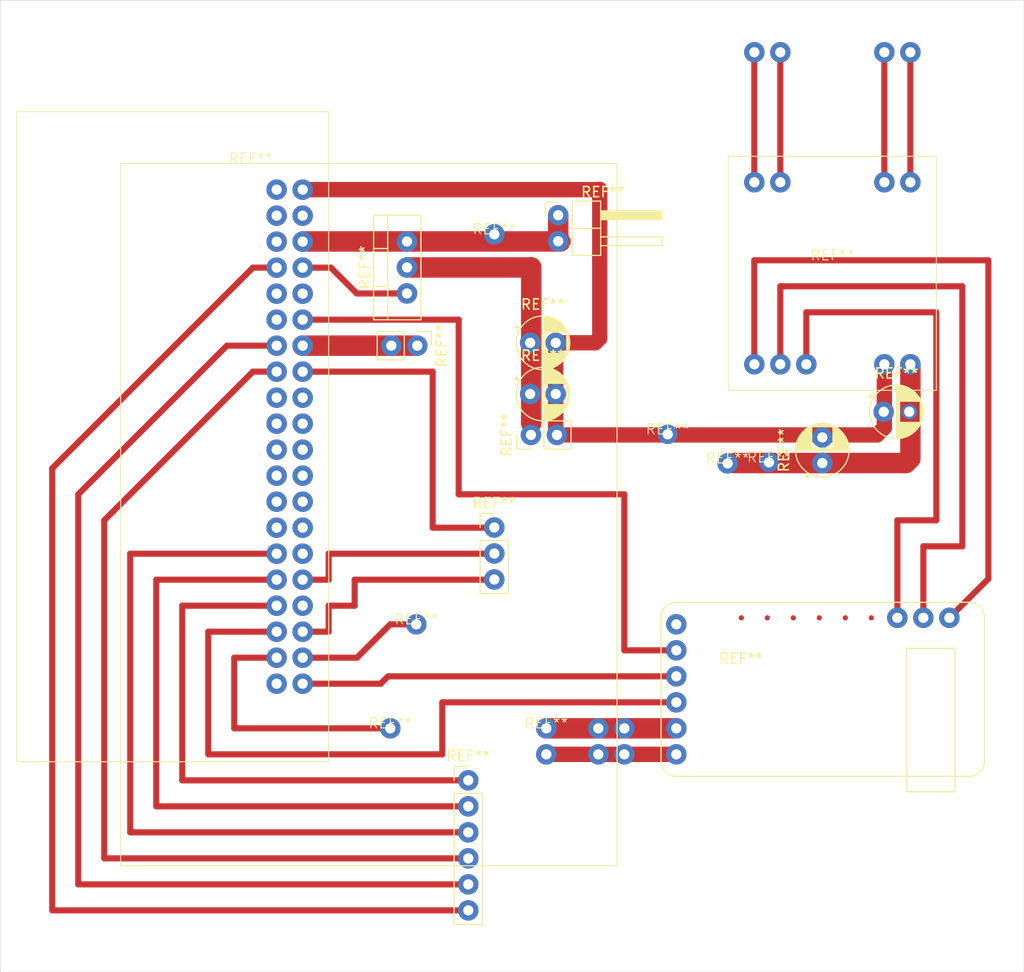
<source format=kicad_pcb>
(kicad_pcb (version 20241229) (generator "pcbnew") (generator_version "9.0")
  (layers (0 "F.Cu" signal) (2 "B.Cu" signal) (13 "F.Paste" user) (15 "B.Paste" user) (5 "F.SilkS" user "F.Silkscreen") (7 "B.SilkS" user "B.Silkscreen") (1 "F.Mask" user) (3 "B.Mask" user) (25 "Edge.Cuts" user))
  (net 0 "")
  (footprint "Connector_PinHeader_2.54mm:PinHeader_1x03_P2.54mm_Vertical" (layer "F.Cu") (at 48.26 51.5)
    (property "Reference" "REF**" (at 0 -2.38 0) (layer "F.SilkS"))
    (property "Value" "PinHeader_1x03_P2.54mm_Vertical")
    (pad "16" thru_hole circle (at 0 0) (size 2 2) (drill 1) (layers "*.Cu" "*.Mask"))
    (pad "32" thru_hole circle (at 0 2.54) (size 2 2) (drill 1) (layers "*.Cu" "*.Mask"))
    (pad "36" thru_hole circle (at 0 5.08) (size 2 2) (drill 1) (layers "*.Cu" "*.Mask"))
  )
  (footprint "Connector_PinHeader_2.54mm:PinHeader_1x02_P2.54mm_Vertical" (layer "F.Cu") (at 51.84 42.46 90)
    (property "Reference" "REF**" (at 0 -2.38 90) (layer "F.SilkS"))
    (property "Value" "PinHeader_1x02_P2.54mm_Vertical")
    (pad "1" thru_hole circle (at 0 0 90) (size 2 2) (drill 1) (layers "*.Cu" "*.Mask"))
    (pad "2" thru_hole circle (at 0 2.54 90) (size 2 2) (drill 1) (layers "*.Cu" "*.Mask"))
  )
  (footprint "Connector_PinHeader_2.54mm:PinHeader_1x02_P2.54mm_Horizontal" (layer "F.Cu") (at 54.5 21)
    (property "Reference" "REF**" (at 4.385 -2.27 0) (layer "F.SilkS"))
    (property "Value" "PinHeader_1x02_P2.54mm_Horizontal")
    (pad "1" thru_hole circle (at 0 0) (size 2 2) (drill 1) (layers "*.Cu" "*.Mask"))
    (pad "2" thru_hole circle (at 0 2.54) (size 2 2) (drill 1) (layers "*.Cu" "*.Mask"))
  )
  (footprint "" (layer "F.Cu") (at 88.9 5.08)
    (property "Reference" "" (at 0 0 0) (layer "F.SilkS") (effects (font (size 1.27 1.27))))
    (property "Value" "")
    (pad "1" thru_hole circle (at 0 0) (size 2 2) (drill 1) (layers "*.Cu" "*.Mask"))
  )
  (footprint "Custom Modules:Single Pad 2.54" (layer "F.Cu") (at 65.2 42.4)
    (property "Reference" "REF**" (at 0 -0.5 0) (layer "F.SilkS") (effects (font (thickness 0.1))))
    (property "Value" "Single Pad 2.54")
    (pad "1" thru_hole circle (at 0 0) (size 1.905 1.905) (drill 1) (layers "*.Cu" "*.Mask"))
  )
  (footprint "" (layer "F.Cu") (at 58.42 71.12)
    (property "Reference" "" (at 0 0 0) (layer "F.SilkS") (effects (font (size 1.27 1.27))))
    (property "Value" "")
    (pad "1" thru_hole circle (at 0 0) (size 2 2) (drill 1) (layers "*.Cu" "*.Mask"))
  )
  (footprint "Custom Modules:Single Pad 2.54" (layer "F.Cu") (at 38.1 71.12)
    (property "Reference" "REF**" (at 0 -0.5 0) (layer "F.SilkS") (effects (font (thickness 0.1))))
    (property "Value" "Single Pad 2.54")
    (pad "1" thru_hole circle (at 0 0) (size 2 2) (drill 1) (layers "*.Cu" "*.Mask"))
  )
  (footprint "" (layer "F.Cu") (at 53.34 73.66)
    (property "Reference" "" (at 0 0 0) (layer "F.SilkS") (effects (font (size 1.27 1.27))))
    (property "Value" "")
    (pad "1" thru_hole circle (at 0 0) (size 2 2) (drill 1) (layers "*.Cu" "*.Mask"))
  )
  (footprint "" (layer "F.Cu") (at 86.36 5.08)
    (property "Reference" "" (at 0 0 0) (layer "F.SilkS") (effects (font (size 1.27 1.27))))
    (property "Value" "")
    (pad "1" thru_hole circle (at 0 0) (size 2 2) (drill 1) (layers "*.Cu" "*.Mask"))
  )
  (footprint "Connector_PinHeader_2.54mm:PinHeader_1x02_P2.54mm_Vertical" (layer "F.Cu") (at 40.74 33.74 -90)
    (property "Reference" "REF**" (at 0 -2.38 90) (layer "F.SilkS"))
    (property "Value" "PinHeader_1x02_P2.54mm_Vertical")
    (pad "1" thru_hole circle (at 0 0 270) (size 2 2) (drill 1) (layers "*.Cu" "*.Mask"))
    (pad "2" thru_hole circle (at 0 2.54 270) (size 2 2) (drill 1) (layers "*.Cu" "*.Mask"))
  )
  (footprint "Custom Modules:Single Pad 2.54" (layer "F.Cu") (at 48.26 22.86)
    (property "Reference" "REF**" (at 0 -0.5 0) (layer "F.SilkS") (effects (font (thickness 0.1))))
    (property "Value" "Single Pad 2.54")
    (pad "1" thru_hole circle (at 0 0) (size 2 2) (drill 1) (layers "*.Cu" "*.Mask"))
  )
  (footprint "Connector_PinHeader_2.54mm:PinHeader_1x06_P2.54mm_Vertical" (layer "F.Cu") (at 45.72 76.2)
    (property "Reference" "REF**" (at 0 -2.38 0) (layer "F.SilkS"))
    (property "Value" "PinHeader_1x06_P2.54mm_Vertical")
    (pad "7" thru_hole circle (at 0 12.7) (size 2 2) (drill 1) (layers "*.Cu" "*.Mask"))
    (pad "13" thru_hole circle (at 0 10.16) (size 2 2) (drill 1) (layers "*.Cu" "*.Mask"))
    (pad "15" thru_hole circle (at 0 7.62) (size 2 2) (drill 1) (layers "*.Cu" "*.Mask"))
    (pad "29" thru_hole circle (at 0 5.08) (size 2 2) (drill 1) (layers "*.Cu" "*.Mask"))
    (pad "31" thru_hole circle (at 0 2.54) (size 2 2) (drill 1) (layers "*.Cu" "*.Mask"))
    (pad "33" thru_hole circle (at 0 0) (size 2 2) (drill 1) (layers "*.Cu" "*.Mask"))
  )
  (footprint "" (layer "F.Cu") (at 60.96 71.12)
    (property "Reference" "" (at 0 0 0) (layer "F.SilkS") (effects (font (size 1.27 1.27))))
    (property "Value" "")
    (pad "1" thru_hole circle (at 0 0) (size 2 2) (drill 1) (layers "*.Cu" "*.Mask"))
  )
  (footprint "Custom Modules:Single Pad 2.54" (layer "F.Cu") (at 40.64 60.96)
    (property "Reference" "REF**" (at 0 -0.5 0) (layer "F.SilkS") (effects (font (thickness 0.1))))
    (property "Value" "Single Pad 2.54")
    (pad "1" thru_hole circle (at 0 0) (size 2 2) (drill 1) (layers "*.Cu" "*.Mask"))
  )
  (footprint "Custom Modules:Single Pad 2.54" (layer "F.Cu") (at 75.09 45.14)
    (property "Reference" "REF**" (at 0 -0.5 0) (layer "F.SilkS") (effects (font (thickness 0.1))))
    (property "Value" "Single Pad 2.54")
    (pad "1" thru_hole circle (at 0 0) (size 1.905 1.905) (drill 1) (layers "*.Cu" "*.Mask"))
  )
  (footprint "" (layer "F.Cu") (at 58.42 73.66)
    (property "Reference" "" (at 0 0 0) (layer "F.SilkS") (effects (font (size 1.27 1.27))))
    (property "Value" "")
    (pad "1" thru_hole circle (at 0 0) (size 2 2) (drill 1) (layers "*.Cu" "*.Mask"))
  )
  (footprint "Package_TO_SOT_THT:TO-220-3_Vertical" (layer "F.Cu") (at 39.73 28.64 90)
    (property "Reference" "REF**" (at 2.54 -4.1 90) (layer "F.SilkS"))
    (property "Value" "TO-220-3_Vertical")
    (pad "1" thru_hole circle (at 0 0 90) (size 2 2) (drill 1) (layers "*.Cu" "*.Mask"))
    (pad "2" thru_hole circle (at 2.54 0 90) (size 2 2) (drill 1) (layers "*.Cu" "*.Mask"))
    (pad "3" thru_hole circle (at 5.08 0 90) (size 2 2) (drill 1) (layers "*.Cu" "*.Mask"))
  )
  (footprint "Capacitor_THT:CP_Radial_D5.0mm_P2.50mm" (layer "F.Cu") (at 86.294888 40.2)
    (property "Reference" "REF**" (at 1.25 -3.75 0) (layer "F.SilkS"))
    (property "Value" "CP_Radial_D5.0mm_P2.50mm")
    (pad "1" thru_hole circle (at 0 0) (size 2 2) (drill 1) (layers "*.Cu" "*.Mask"))
    (pad "2" thru_hole circle (at 2.5 0) (size 1.5 1.5) (drill 1) (layers "*.Cu" "*.Mask"))
  )
  (footprint "Custom Modules:Single Pad 2.54" (layer "F.Cu") (at 53.34 71.12)
    (property "Reference" "REF**" (at 0 -0.5 0) (layer "F.SilkS") (effects (font (thickness 0.1))))
    (property "Value" "Single Pad 2.54")
    (pad "1" thru_hole circle (at 0 0) (size 2 2) (drill 1) (layers "*.Cu" "*.Mask"))
  )
  (footprint "Custom Modules:Single Pad 2.54" (layer "F.Cu") (at 71.05 45.24)
    (property "Reference" "REF**" (at 0 -0.5 0) (layer "F.SilkS") (effects (font (thickness 0.1))))
    (property "Value" "Single Pad 2.54")
    (pad "1" thru_hole circle (at 0 0) (size 2 2) (drill 1) (layers "*.Cu" "*.Mask"))
  )
  (footprint "Custom Modules:GY-PCM5102" (layer "F.Cu") (at 80.345 67.31)
    (property "Reference" "REF**" (at -8 -3 0) (layer "F.SilkS"))
    (property "Value" "GY-PCM5102")
    (pad "1" thru_hole circle (at -14.305 -6.35) (size 2 2) (drill 1) (layers "*.Cu" "*.Mask"))
    (pad "2" thru_hole circle (at -14.305 -3.81) (size 2 2) (drill 1) (layers "*.Cu" "*.Mask"))
    (pad "3" thru_hole circle (at -14.305 -1.27) (size 2 2) (drill 1) (layers "*.Cu" "*.Mask"))
    (pad "4" thru_hole circle (at -14.305 1.27) (size 2 2) (drill 1) (layers "*.Cu" "*.Mask"))
    (pad "5" thru_hole circle (at -14.305 3.81) (size 2 2) (drill 1) (layers "*.Cu" "*.Mask"))
    (pad "6" thru_hole circle (at -14.305 6.35) (size 2 2) (drill 1) (layers "*.Cu" "*.Mask"))
    (pad "7" thru_hole circle (at 12.365 -6.985) (size 2 2) (drill 1) (layers "*.Cu" "*.Mask"))
    (pad "8" thru_hole circle (at 9.825 -6.985) (size 2 2) (drill 1) (layers "*.Cu" "*.Mask"))
    (pad "9" thru_hole circle (at 7.285 -6.985) (size 2 2) (drill 1) (layers "*.Cu" "*.Mask"))
    (pad "10" smd circle (at 4.745 -6.985) (size 0.5 0.5) (layers "F.Cu" "F.Mask" "F.Paste"))
    (pad "11" smd circle (at 2.205 -6.985) (size 0.5 0.5) (layers "F.Cu" "F.Mask" "F.Paste"))
    (pad "12" smd circle (at -0.335 -6.985) (size 0.5 0.5) (layers "F.Cu" "F.Mask" "F.Paste"))
    (pad "13" smd circle (at -2.875 -6.985) (size 0.5 0.5) (layers "F.Cu" "F.Mask" "F.Paste"))
    (pad "14" smd circle (at -5.415 -6.985) (size 0.5 0.5) (layers "F.Cu" "F.Mask" "F.Paste"))
    (pad "15" smd circle (at -7.955 -6.985) (size 0.5 0.5) (layers "F.Cu" "F.Mask" "F.Paste"))
  )
  (footprint "Capacitor_THT:CP_Radial_D5.0mm_P2.50mm" (layer "F.Cu") (at 51.76 33.46)
    (property "Reference" "REF**" (at 1.25 -3.75 0) (layer "F.SilkS"))
    (property "Value" "CP_Radial_D5.0mm_P2.50mm")
    (pad "1" thru_hole circle (at 0 0) (size 2 2) (drill 1) (layers "*.Cu" "*.Mask"))
    (pad "2" thru_hole circle (at 2.5 0) (size 2 2) (drill 1) (layers "*.Cu" "*.Mask"))
  )
  (footprint "" (layer "F.Cu") (at 76.2 5.08)
    (property "Reference" "" (at 0 0 0) (layer "F.SilkS") (effects (font (size 1.27 1.27))))
    (property "Value" "")
    (pad "1" thru_hole circle (at 0 0) (size 2 2) (drill 1) (layers "*.Cu" "*.Mask"))
  )
  (footprint "Capacitor_THT:CP_Radial_D5.0mm_P2.50mm" (layer "F.Cu") (at 80.3 45.205113 90)
    (property "Reference" "REF**" (at 1.25 -3.75 90) (layer "F.SilkS"))
    (property "Value" "CP_Radial_D5.0mm_P2.50mm")
    (pad "1" thru_hole circle (at 0 0 90) (size 2 2) (drill 1) (layers "*.Cu" "*.Mask"))
    (pad "2" thru_hole circle (at 2.5 0 90) (size 2 2) (drill 1) (layers "*.Cu" "*.Mask"))
  )
  (footprint "" (layer "F.Cu") (at 60.96 73.66)
    (property "Reference" "" (at 0 0 0) (layer "F.SilkS") (effects (font (size 1.27 1.27))))
    (property "Value" "")
    (pad "1" thru_hole circle (at 0 0) (size 2 2) (drill 1) (layers "*.Cu" "*.Mask"))
  )
  (footprint "" (layer "F.Cu") (at 73.66 5.08)
    (property "Reference" "" (at 0 0 0) (layer "F.SilkS") (effects (font (size 1.27 1.27))))
    (property "Value" "")
    (pad "1" thru_hole circle (at 0 0) (size 2 2) (drill 1) (layers "*.Cu" "*.Mask"))
  )
  (footprint "Custom Modules:Raspberry PI 40 Pins" (layer "F.Cu") (at 24.46 15.96)
    (property "Reference" "REF**" (at 0 -0.5 0) (layer "F.SilkS") (effects (font (thickness 0.1))))
    (property "Value" "Raspberry PI 40 Pins")
    (pad "1" thru_hole circle (at 2.54 2.54) (size 2 2) (drill 1) (layers "*.Cu" "*.Mask"))
    (pad "2" thru_hole circle (at 5.08 2.54) (size 2 2) (drill 1) (layers "*.Cu" "*.Mask"))
    (pad "3" thru_hole circle (at 2.54 5.08) (size 2 2) (drill 1) (layers "*.Cu" "*.Mask"))
    (pad "4" thru_hole circle (at 5.08 5.08) (size 2 2) (drill 1) (layers "*.Cu" "*.Mask"))
    (pad "5" thru_hole circle (at 2.54 7.62) (size 2 2) (drill 1) (layers "*.Cu" "*.Mask"))
    (pad "6" thru_hole circle (at 5.08 7.62) (size 2 2) (drill 1) (layers "*.Cu" "*.Mask"))
    (pad "7" thru_hole circle (at 2.54 10.16) (size 2 2) (drill 1) (layers "*.Cu" "*.Mask"))
    (pad "8" thru_hole circle (at 5.08 10.16) (size 2 2) (drill 1) (layers "*.Cu" "*.Mask"))
    (pad "9" thru_hole circle (at 2.54 12.7) (size 2 2) (drill 1) (layers "*.Cu" "*.Mask"))
    (pad "10" thru_hole circle (at 5.08 12.7) (size 2 2) (drill 1) (layers "*.Cu" "*.Mask"))
    (pad "11" thru_hole circle (at 2.54 15.24) (size 2 2) (drill 1) (layers "*.Cu" "*.Mask"))
    (pad "12" thru_hole circle (at 5.08 15.24) (size 2 2) (drill 1) (layers "*.Cu" "*.Mask"))
    (pad "13" thru_hole circle (at 2.54 17.78) (size 2 2) (drill 1) (layers "*.Cu" "*.Mask"))
    (pad "14" thru_hole circle (at 5.08 17.78) (size 2 2) (drill 1) (layers "*.Cu" "*.Mask"))
    (pad "15" thru_hole circle (at 2.54 20.32) (size 2 2) (drill 1) (layers "*.Cu" "*.Mask"))
    (pad "16" thru_hole circle (at 5.08 20.32) (size 2 2) (drill 1) (layers "*.Cu" "*.Mask"))
    (pad "17" thru_hole circle (at 2.54 22.86) (size 2 2) (drill 1) (layers "*.Cu" "*.Mask"))
    (pad "18" thru_hole circle (at 5.08 22.86) (size 2 2) (drill 1) (layers "*.Cu" "*.Mask"))
    (pad "19" thru_hole circle (at 2.54 25.4) (size 2 2) (drill 1) (layers "*.Cu" "*.Mask"))
    (pad "20" thru_hole circle (at 5.08 25.4) (size 2 2) (drill 1) (layers "*.Cu" "*.Mask"))
    (pad "21" thru_hole circle (at 2.54 27.94) (size 2 2) (drill 1) (layers "*.Cu" "*.Mask"))
    (pad "22" thru_hole circle (at 5.08 27.94) (size 2 2) (drill 1) (layers "*.Cu" "*.Mask"))
    (pad "23" thru_hole circle (at 2.54 30.48) (size 2 2) (drill 1) (layers "*.Cu" "*.Mask"))
    (pad "24" thru_hole circle (at 5.08 30.48) (size 2 2) (drill 1) (layers "*.Cu" "*.Mask"))
    (pad "25" thru_hole circle (at 2.54 33.02) (size 2 2) (drill 1) (layers "*.Cu" "*.Mask"))
    (pad "26" thru_hole circle (at 5.08 33.02) (size 2 2) (drill 1) (layers "*.Cu" "*.Mask"))
    (pad "27" thru_hole circle (at 2.54 35.56) (size 2 2) (drill 1) (layers "*.Cu" "*.Mask"))
    (pad "28" thru_hole circle (at 5.08 35.56) (size 2 2) (drill 1) (layers "*.Cu" "*.Mask"))
    (pad "29" thru_hole circle (at 2.54 38.1) (size 2 2) (drill 1) (layers "*.Cu" "*.Mask"))
    (pad "30" thru_hole circle (at 5.08 38.1) (size 2 2) (drill 1) (layers "*.Cu" "*.Mask"))
    (pad "31" thru_hole circle (at 2.54 40.64) (size 2 2) (drill 1) (layers "*.Cu" "*.Mask"))
    (pad "32" thru_hole circle (at 5.08 40.64) (size 2 2) (drill 1) (layers "*.Cu" "*.Mask"))
    (pad "33" thru_hole circle (at 2.54 43.18) (size 2 2) (drill 1) (layers "*.Cu" "*.Mask"))
    (pad "34" thru_hole circle (at 5.08 43.18) (size 2 2) (drill 1) (layers "*.Cu" "*.Mask"))
    (pad "35" thru_hole circle (at 2.54 45.72) (size 2 2) (drill 1) (layers "*.Cu" "*.Mask"))
    (pad "36" thru_hole circle (at 5.08 45.72) (size 2 2) (drill 1) (layers "*.Cu" "*.Mask"))
    (pad "37" thru_hole circle (at 2.54 48.26) (size 2 2) (drill 1) (layers "*.Cu" "*.Mask"))
    (pad "38" thru_hole circle (at 5.08 48.26) (size 2 2) (drill 1) (layers "*.Cu" "*.Mask"))
    (pad "39" thru_hole circle (at 2.54 50.8) (size 2 2) (drill 1) (layers "*.Cu" "*.Mask"))
    (pad "40" thru_hole circle (at 5.08 50.8) (size 2 2) (drill 1) (layers "*.Cu" "*.Mask"))
  )
  (footprint "Custom Modules:EMSea_PAM8403" (layer "F.Cu") (at 81.28 25.4)
    (property "Reference" "REF**" (at 0 -0.5 0) (layer "F.SilkS") (effects (font (thickness 0.1))))
    (property "Value" "EMSea_PAM8403")
    (pad "1" thru_hole circle (at -7.62 -7.62) (size 2 2) (drill 1) (layers "*.Cu" "*.Mask"))
    (pad "2" thru_hole circle (at -5.08 -7.62) (size 2 2) (drill 1) (layers "*.Cu" "*.Mask"))
    (pad "3" thru_hole circle (at 5.08 -7.62) (size 2 2) (drill 1) (layers "*.Cu" "*.Mask"))
    (pad "4" thru_hole circle (at 7.62 -7.62) (size 2 2) (drill 1) (layers "*.Cu" "*.Mask"))
    (pad "5" thru_hole circle (at -7.62 10.16) (size 2 2) (drill 1) (layers "*.Cu" "*.Mask"))
    (pad "6" thru_hole circle (at -5.08 10.16) (size 2 2) (drill 1) (layers "*.Cu" "*.Mask"))
    (pad "7" thru_hole circle (at -2.54 10.16) (size 2 2) (drill 1) (layers "*.Cu" "*.Mask"))
    (pad "8" thru_hole circle (at 5.08 10.16) (size 2 2) (drill 1) (layers "*.Cu" "*.Mask"))
    (pad "9" thru_hole circle (at 7.62 10.16) (size 2 2) (drill 1) (layers "*.Cu" "*.Mask"))
  )
  (footprint "Capacitor_THT:CP_Radial_D5.0mm_P2.50mm" (layer "F.Cu") (at 51.76 38.46)
    (property "Reference" "REF**" (at 1.25 -3.75 0) (layer "F.SilkS"))
    (property "Value" "CP_Radial_D5.0mm_P2.50mm")
    (pad "1" thru_hole circle (at 0 0) (size 2 2) (drill 1) (layers "*.Cu" "*.Mask"))
    (pad "2" thru_hole circle (at 2.5 0) (size 2 2) (drill 1) (layers "*.Cu" "*.Mask"))
  )
  (gr_rect (start 11.76 15.96) (end 60.25 84.54) (stroke (width 0.1)) (fill no) (layer "F.SilkS"))
  (gr_rect (start 0 0) (end 100 94.92) (stroke (width 0.05)) (fill no) (layer "Edge.Cuts"))
  (segment (start 48.24 51.52) (end 48.26 51.5) (width 0.6) (layer "F.Cu") (net 0))
  (segment (start 53.34 73.66) (end 66.04 73.66) (width 1.5) (layer "F.Cu") (net 0))
  (segment (start 91.44 30.48) (end 78.74 30.48) (width 0.6) (layer "F.Cu") (net 0))
  (segment (start 42.24 51.52) (end 48.24 51.52) (width 0.6) (layer "F.Cu") (net 0))
  (segment (start 37.16 66.76) (end 37.88 66.04) (width 0.6) (layer "F.Cu") (net 0))
  (segment (start 39.73 23.56) (end 54.73 23.56) (width 2) (layer "F.Cu") (net 0))
  (segment (start 58.56 18.47) (end 58.56 33.02) (width 1.5) (layer "F.Cu") (net 0))
  (segment (start 29.54 26.12) (end 32.3 26.12) (width 0.6) (layer "F.Cu") (net 0))
  (segment (start 73.66 17.78) (end 73.66 5.08) (width 0.6) (layer "F.Cu") (net 0))
  (segment (start 29.56 23.56) (end 29.54 23.58) (width 0.6) (layer "F.Cu") (net 0))
  (segment (start 51.84 41.36) (end 51.84 36.64) (width 0.2) (layer "F.Cu") (net 0))
  (segment (start 29.54 66.76) (end 37.16 66.76) (width 0.6) (layer "F.Cu") (net 0))
  (segment (start 92.71 60.325) (end 96.52 56.515) (width 0.6) (layer "F.Cu") (net 0))
  (segment (start 24.68 26.12) (end 5.08 45.72) (width 0.6) (layer "F.Cu") (net 0))
  (segment (start 22.14 33.74) (end 7.62 48.26) (width 0.6) (layer "F.Cu") (net 0))
  (segment (start 29.54 36.28) (end 42.24 36.28) (width 0.6) (layer "F.Cu") (net 0))
  (segment (start 90.17 60.325) (end 90.17 53.34) (width 0.6) (layer "F.Cu") (net 0))
  (segment (start 12.7 54.06) (end 27 54.06) (width 0.6) (layer "F.Cu") (net 0))
  (segment (start 96.52 25.4) (end 73.66 25.4) (width 0.6) (layer "F.Cu") (net 0))
  (segment (start 60.96 48.26) (end 60.96 63.5) (width 0.6) (layer "F.Cu") (net 0))
  (segment (start 34.62 59.14) (end 34.62 56.6) (width 0.6) (layer "F.Cu") (net 0))
  (segment (start 34.73 28.55) (end 34.82 28.64) (width 0.2) (layer "F.Cu") (net 0))
  (segment (start 32.08 54.06) (end 48.24 54.06) (width 0.6) (layer "F.Cu") (net 0))
  (segment (start 32.08 61.68) (end 32.08 59.14) (width 0.6) (layer "F.Cu") (net 0))
  (segment (start 20.32 61.68) (end 20.32 73.66) (width 0.6) (layer "F.Cu") (net 0))
  (segment (start 27 61.68) (end 20.32 61.68) (width 0.6) (layer "F.Cu") (net 0))
  (segment (start 78.74 30.48) (end 78.74 35.56) (width 0.6) (layer "F.Cu") (net 0))
  (segment (start 54.73 23.56) (end 54.74 23.55) (width 0.6) (layer "F.Cu") (net 0))
  (segment (start 29.54 64.22) (end 34.84 64.22) (width 0.6) (layer "F.Cu") (net 0))
  (segment (start 88.9 44.77) (end 88.9 35.56) (width 2) (layer "F.Cu") (net 0))
  (segment (start 51.86 26.1) (end 51.87 26.09) (width 0.2) (layer "F.Cu") (net 0))
  (segment (start 39.73 23.56) (end 29.56 23.56) (width 2) (layer "F.Cu") (net 0))
  (segment (start 54.5 21) (end 54.5 23.54) (width 2) (layer "F.Cu") (net 0))
  (segment (start 87.63 50.8) (end 91.44 50.8) (width 0.6) (layer "F.Cu") (net 0))
  (segment (start 90.17 53.34) (end 93.98 53.34) (width 0.6) (layer "F.Cu") (net 0))
  (segment (start 86.36 41.74) (end 86.36 35.56) (width 1.5) (layer "F.Cu") (net 0))
  (segment (start 17.78 59.14) (end 17.78 76.2) (width 0.6) (layer "F.Cu") (net 0))
  (segment (start 32.3 26.12) (end 34.82 28.64) (width 0.6) (layer "F.Cu") (net 0))
  (segment (start 10.16 83.82) (end 45.72 83.82) (width 0.6) (layer "F.Cu") (net 0))
  (segment (start 93.98 27.94) (end 76.2 27.94) (width 0.6) (layer "F.Cu") (net 0))
  (segment (start 76.2 17.78) (end 76.2 5.08) (width 0.6) (layer "F.Cu") (net 0))
  (segment (start 15.24 56.6) (end 15.24 78.74) (width 0.6) (layer "F.Cu") (net 0))
  (segment (start 34.84 64.22) (end 38.1 60.96) (width 0.6) (layer "F.Cu") (net 0))
  (segment (start 53.34 71.12) (end 66.04 71.12) (width 2) (layer "F.Cu") (net 0))
  (segment (start 44.78 31.2) (end 44.78 48.26) (width 0.6) (layer "F.Cu") (net 0))
  (segment (start 5.08 45.72) (end 5.08 88.9) (width 0.6) (layer "F.Cu") (net 0))
  (segment (start 29.54 31.2) (end 44.78 31.2) (width 0.6) (layer "F.Cu") (net 0))
  (segment (start 27 26.12) (end 24.68 26.12) (width 0.6) (layer "F.Cu") (net 0))
  (segment (start 73.66 25.4) (end 73.66 35.56) (width 0.6) (layer "F.Cu") (net 0))
  (segment (start 40.675 33.74) (end 40.725 33.79) (width 0.2) (layer "F.Cu") (net 0))
  (segment (start 45.72 81.28) (end 12.7 81.28) (width 0.6) (layer "F.Cu") (net 0))
  (segment (start 76.2 27.94) (end 76.2 35.56) (width 0.6) (layer "F.Cu") (net 0))
  (segment (start 85.64 42.46) (end 86.36 41.74) (width 1.5) (layer "F.Cu") (net 0))
  (segment (start 38.1 60.96) (end 40.64 60.96) (width 0.6) (layer "F.Cu") (net 0))
  (segment (start 87.63 60.325) (end 87.63 50.8) (width 0.6) (layer "F.Cu") (net 0))
  (segment (start 17.78 76.2) (end 45.72 76.2) (width 0.6) (layer "F.Cu") (net 0))
  (segment (start 39.73 26.1) (end 51.86 26.1) (width 2) (layer "F.Cu") (net 0))
  (segment (start 58.12 33.46) (end 54.26 33.46) (width 1.5) (layer "F.Cu") (net 0))
  (segment (start 54.38 42.46) (end 85.64 42.46) (width 1.5) (layer "F.Cu") (net 0))
  (segment (start 58.56 33.02) (end 58.12 33.46) (width 1.5) (layer "F.Cu") (net 0))
  (segment (start 51.87 41.33) (end 51.84 41.36) (width 0.6) (layer "F.Cu") (net 0))
  (segment (start 91.44 50.8) (end 91.44 30.48) (width 0.6) (layer "F.Cu") (net 0))
  (segment (start 71.661 45.205113) (end 71.651 45.195113) (width 0.2) (layer "F.Cu") (net 0))
  (segment (start 29.54 18.5) (end 58.53 18.5) (width 1.5) (layer "F.Cu") (net 0))
  (segment (start 48.24 54.06) (end 48.26 54.04) (width 0.6) (layer "F.Cu") (net 0))
  (segment (start 58.53 18.5) (end 58.56 18.47) (width 0.6) (layer "F.Cu") (net 0))
  (segment (start 7.62 86.36) (end 45.72 86.36) (width 0.6) (layer "F.Cu") (net 0))
  (segment (start 42.24 36.28) (end 42.24 51.52) (width 0.6) (layer "F.Cu") (net 0))
  (segment (start 32.08 59.14) (end 34.62 59.14) (width 0.6) (layer "F.Cu") (net 0))
  (segment (start 54.26 38.46) (end 54.26 42.34) (width 1.5) (layer "F.Cu") (net 0))
  (segment (start 24.68 36.28) (end 10.16 50.8) (width 0.6) (layer "F.Cu") (net 0))
  (segment (start 60.96 63.5) (end 66.04 63.5) (width 0.6) (layer "F.Cu") (net 0))
  (segment (start 27 36.28) (end 24.68 36.28) (width 0.6) (layer "F.Cu") (net 0))
  (segment (start 93.98 53.34) (end 93.98 27.94) (width 0.6) (layer "F.Cu") (net 0))
  (segment (start 54.26 42.34) (end 54.38 42.46) (width 0.6) (layer "F.Cu") (net 0))
  (segment (start 29.54 56.6) (end 32.08 56.6) (width 0.6) (layer "F.Cu") (net 0))
  (segment (start 43.18 68.58) (end 66.04 68.58) (width 0.6) (layer "F.Cu") (net 0))
  (segment (start 10.16 50.8) (end 10.16 83.82) (width 0.6) (layer "F.Cu") (net 0))
  (segment (start 29.54 61.68) (end 32.08 61.68) (width 0.6) (layer "F.Cu") (net 0))
  (segment (start 32.08 56.6) (end 32.08 54.06) (width 0.6) (layer "F.Cu") (net 0))
  (segment (start 15.24 78.74) (end 45.72 78.74) (width 0.6) (layer "F.Cu") (net 0))
  (segment (start 7.62 48.26) (end 7.62 86.36) (width 0.6) (layer "F.Cu") (net 0))
  (segment (start 86.36 17.78) (end 86.36 5.08) (width 0.6) (layer "F.Cu") (net 0))
  (segment (start 96.52 56.515) (end 96.52 25.4) (width 0.6) (layer "F.Cu") (net 0))
  (segment (start 88.9 17.78) (end 88.9 5.08) (width 0.6) (layer "F.Cu") (net 0))
  (segment (start 12.7 81.28) (end 12.7 54.06) (width 0.6) (layer "F.Cu") (net 0))
  (segment (start 51.87 26.09) (end 51.87 41.33) (width 2) (layer "F.Cu") (net 0))
  (segment (start 27 64.22) (end 22.86 64.22) (width 0.6) (layer "F.Cu") (net 0))
  (segment (start 48.24 56.6) (end 48.26 56.58) (width 0.6) (layer "F.Cu") (net 0))
  (segment (start 80.3 45.205113) (end 71.661 45.205113) (width 2) (layer "F.Cu") (net 0))
  (segment (start 20.32 73.66) (end 43.18 73.66) (width 0.6) (layer "F.Cu") (net 0))
  (segment (start 29.54 33.74) (end 40.675 33.74) (width 2) (layer "F.Cu") (net 0))
  (segment (start 34.62 56.6) (end 48.24 56.6) (width 0.6) (layer "F.Cu") (net 0))
  (segment (start 22.86 64.22) (end 22.86 71.12) (width 0.6) (layer "F.Cu") (net 0))
  (segment (start 44.78 48.26) (end 60.96 48.26) (width 0.6) (layer "F.Cu") (net 0))
  (segment (start 37.88 66.04) (end 66.04 66.04) (width 0.6) (layer "F.Cu") (net 0))
  (segment (start 22.86 71.12) (end 38.1 71.12) (width 0.6) (layer "F.Cu") (net 0))
  (segment (start 54.26 33.46) (end 54.26 38.46) (width 1.5) (layer "F.Cu") (net 0))
  (segment (start 43.18 73.66) (end 43.18 68.58) (width 0.6) (layer "F.Cu") (net 0))
  (segment (start 27 56.6) (end 15.24 56.6) (width 0.6) (layer "F.Cu") (net 0))
  (segment (start 80.3 45.205113) (end 88.464887 45.205113) (width 2) (layer "F.Cu") (net 0))
  (segment (start 27 33.74) (end 22.14 33.74) (width 0.6) (layer "F.Cu") (net 0))
  (segment (start 88.464887 45.205113) (end 88.9 44.77) (width 2) (layer "F.Cu") (net 0))
  (segment (start 27 59.14) (end 17.78 59.14) (width 0.6) (layer "F.Cu") (net 0))
  (segment (start 5.08 88.9) (end 45.72 88.9) (width 0.6) (layer "F.Cu") (net 0))
  (segment (start 34.82 28.64) (end 39.73 28.64) (width 0.6) (layer "F.Cu") (net 0))
)
</source>
